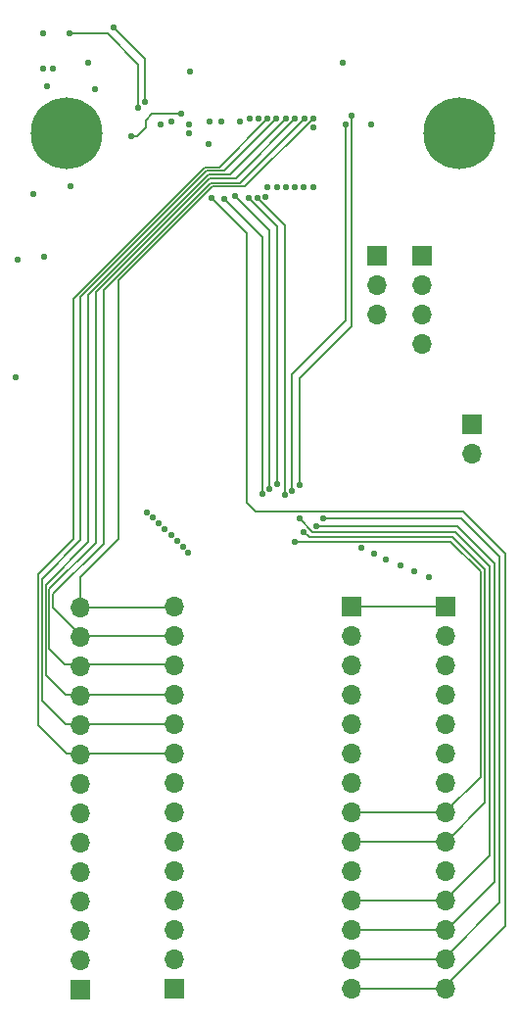
<source format=gbr>
%TF.GenerationSoftware,KiCad,Pcbnew,7.0.1*%
%TF.CreationDate,2023-09-03T17:39:56-04:00*%
%TF.ProjectId,syzygy-breakout-flash-1V8,73797a79-6779-42d6-9272-65616b6f7574,r1.0*%
%TF.SameCoordinates,PX66851e0PY4d70380*%
%TF.FileFunction,Copper,L2,Inr*%
%TF.FilePolarity,Positive*%
%FSLAX46Y46*%
G04 Gerber Fmt 4.6, Leading zero omitted, Abs format (unit mm)*
G04 Created by KiCad (PCBNEW 7.0.1) date 2023-09-03 17:39:56*
%MOMM*%
%LPD*%
G01*
G04 APERTURE LIST*
%TA.AperFunction,ComponentPad*%
%ADD10R,1.700000X1.700000*%
%TD*%
%TA.AperFunction,ComponentPad*%
%ADD11O,1.700000X1.700000*%
%TD*%
%TA.AperFunction,ComponentPad*%
%ADD12C,6.200000*%
%TD*%
%TA.AperFunction,ViaPad*%
%ADD13C,0.550000*%
%TD*%
%TA.AperFunction,Conductor*%
%ADD14C,0.200000*%
%TD*%
G04 APERTURE END LIST*
D10*
X40534000Y-34427000D03*
D11*
X40534000Y-36967000D03*
D10*
X30120000Y-50180000D03*
D11*
X30120000Y-52720000D03*
X30120000Y-55260000D03*
X30120000Y-57800000D03*
X30120000Y-60340000D03*
X30120000Y-62880000D03*
X30120000Y-65420000D03*
X30120000Y-67960000D03*
X30120000Y-70500000D03*
X30120000Y-73040000D03*
X30120000Y-75580000D03*
X30120000Y-78120000D03*
X30120000Y-80660000D03*
X30120000Y-83200000D03*
D10*
X36298000Y-19892000D03*
D11*
X36298000Y-22432000D03*
X36298000Y-24972000D03*
X36298000Y-27512000D03*
D10*
X32368300Y-19864400D03*
D11*
X32368300Y-22404400D03*
X32368300Y-24944400D03*
D10*
X14877200Y-83200000D03*
D11*
X14877200Y-80660000D03*
X14877200Y-78120000D03*
X14877200Y-75580000D03*
X14877200Y-73040000D03*
X14877200Y-70500000D03*
X14877200Y-67960000D03*
X14877200Y-65420000D03*
X14877200Y-62880000D03*
X14877200Y-60340000D03*
X14877200Y-57800000D03*
X14877200Y-55260000D03*
X14877200Y-52720000D03*
X14877200Y-50180000D03*
D10*
X38248000Y-50180000D03*
D11*
X38248000Y-52720000D03*
X38248000Y-55260000D03*
X38248000Y-57800000D03*
X38248000Y-60340000D03*
X38248000Y-62880000D03*
X38248000Y-65420000D03*
X38248000Y-67960000D03*
X38248000Y-70500000D03*
X38248000Y-73040000D03*
X38248000Y-75580000D03*
X38248000Y-78120000D03*
X38248000Y-80660000D03*
X38248000Y-83200000D03*
D10*
X6749200Y-83290400D03*
D11*
X6749200Y-80750400D03*
X6749200Y-78210400D03*
X6749200Y-75670400D03*
X6749200Y-73130400D03*
X6749200Y-70590400D03*
X6749200Y-68050400D03*
X6749200Y-65510400D03*
X6749200Y-62970400D03*
X6749200Y-60430400D03*
X6749200Y-57890400D03*
X6749200Y-55350400D03*
X6749200Y-52810400D03*
X6749200Y-50270400D03*
D12*
X39482000Y-9286000D03*
X5482000Y-9286000D03*
D13*
X3548800Y-19993600D03*
X3860000Y-5260000D03*
X3450000Y-3698000D03*
X5885600Y-13897600D03*
X1313600Y-20196800D03*
X17772800Y-10189200D03*
X31844400Y-8512800D03*
X13610000Y-8541873D03*
X1110400Y-30356800D03*
X2634400Y-14558000D03*
X7936972Y-5476000D03*
X26837927Y-8742102D03*
X11731000Y-7083100D03*
X5736000Y-650000D03*
X4339000Y-3698000D03*
X11070000Y-9540000D03*
X15442000Y-7563700D03*
X18026800Y-14913600D03*
X12437990Y-42041300D03*
X14572400Y-8309600D03*
X16096400Y-8512800D03*
X12946800Y-42498500D03*
X19144400Y-14964400D03*
X22446400Y-40466000D03*
X27120000Y-43209200D03*
X16083500Y-9248415D03*
X13505600Y-43006000D03*
X23056000Y-40008800D03*
X20058800Y-14710400D03*
X25646800Y-42599600D03*
X16150000Y-3952000D03*
X14013600Y-43514000D03*
X17874400Y-8258800D03*
X21300535Y-14891065D03*
X23767200Y-39602400D03*
X14572400Y-44022000D03*
X18890400Y-8258800D03*
X24427600Y-40567600D03*
X22046105Y-14856695D03*
X26050935Y-43712965D03*
X20516000Y-8309600D03*
X15086400Y-44524000D03*
X25240400Y-44580800D03*
X22751200Y-14761200D03*
X15557645Y-45009369D03*
X21328800Y-8055600D03*
X22090800Y-8055600D03*
X15994800Y-45546000D03*
X32098400Y-45590300D03*
X22903600Y-13948400D03*
X22903600Y-8055600D03*
X23665600Y-8055600D03*
X34376636Y-46593300D03*
X24478400Y-13948400D03*
X24478400Y-8055600D03*
X25291200Y-13948400D03*
X35603600Y-47094800D03*
X25291200Y-8055600D03*
X26053200Y-13948400D03*
X36822800Y-47628800D03*
X26104000Y-8004800D03*
X26852563Y-13934963D03*
X26866000Y-8004800D03*
X23716400Y-13948400D03*
X33165200Y-46091800D03*
X29358000Y-3190000D03*
X7412000Y-3190000D03*
X9546000Y-142000D03*
X12265000Y-6610300D03*
X3450000Y-650000D03*
X24986400Y-40148175D03*
X29666500Y-8512800D03*
X27729600Y-42548800D03*
X31031600Y-45088800D03*
X30168000Y-7801600D03*
X25646800Y-39704000D03*
D14*
X11731000Y-3343000D02*
X9038000Y-650000D01*
X11731000Y-7083100D02*
X11731000Y-3343000D01*
X9038000Y-650000D02*
X5736000Y-650000D01*
X12919300Y-7563700D02*
X12340000Y-8143000D01*
X14443000Y-7563700D02*
X15442000Y-7563700D01*
X12340000Y-8778000D02*
X11578000Y-9540000D01*
X12340000Y-8143000D02*
X12340000Y-8778000D01*
X14443000Y-7563700D02*
X12919300Y-7563700D01*
X11578000Y-9540000D02*
X11070000Y-9540000D01*
X43477600Y-77804000D02*
X38042000Y-83239600D01*
X18026800Y-14913600D02*
X21074800Y-17961600D01*
X21074800Y-17961600D02*
X21074800Y-41228000D01*
X43477600Y-45647600D02*
X43477600Y-77804000D01*
X21074800Y-41228000D02*
X21836800Y-41990000D01*
X21836800Y-41990000D02*
X39820000Y-41990000D01*
X39820000Y-41990000D02*
X43477600Y-45647600D01*
X38042000Y-83239600D02*
X30218800Y-83239600D01*
X39312000Y-43209200D02*
X42563200Y-46460400D01*
X27120000Y-43209200D02*
X39312000Y-43209200D01*
X30168000Y-78108800D02*
X38346800Y-78108800D01*
X22446400Y-40466000D02*
X22446400Y-18266400D01*
X42563200Y-46460400D02*
X42563200Y-73943200D01*
X22446400Y-18266400D02*
X19144400Y-14964400D01*
X42563200Y-73943200D02*
X38397600Y-78108800D01*
X26764400Y-43717200D02*
X25646800Y-42599600D01*
X30168000Y-75568800D02*
X38245200Y-75568800D01*
X42106000Y-46714400D02*
X39108800Y-43717200D01*
X38245200Y-75568800D02*
X42106000Y-71708000D01*
X23056000Y-17707600D02*
X20058800Y-14710400D01*
X23056000Y-40008800D02*
X23056000Y-17707600D01*
X42106000Y-71708000D02*
X42106000Y-46714400D01*
X39108800Y-43717200D02*
X26764400Y-43717200D01*
X23767200Y-39602400D02*
X23767200Y-17357730D01*
X23767200Y-17357730D02*
X21300535Y-14891065D01*
X24427600Y-40567600D02*
X24427600Y-17238190D01*
X38346800Y-70488800D02*
X41699600Y-67136000D01*
X24427600Y-17238190D02*
X22046105Y-14856695D01*
X26512370Y-44174400D02*
X26050935Y-43712965D01*
X41699600Y-67136000D02*
X41699600Y-46968400D01*
X41699600Y-46968400D02*
X38905600Y-44174400D01*
X30218800Y-70488800D02*
X38346800Y-70488800D01*
X38905600Y-44174400D02*
X26512370Y-44174400D01*
X41344000Y-47171600D02*
X38753200Y-44580800D01*
X41344000Y-64900800D02*
X41344000Y-47171600D01*
X38245200Y-67999600D02*
X41344000Y-64900800D01*
X30168000Y-67999600D02*
X38245200Y-67999600D01*
X38753200Y-44580800D02*
X25240400Y-44580800D01*
X18747400Y-12211800D02*
X22903600Y-8055600D01*
X14877200Y-62868800D02*
X6800000Y-62868800D01*
X3053600Y-60392400D02*
X3053600Y-47412800D01*
X17477400Y-12211800D02*
X18747400Y-12211800D01*
X6850800Y-62868800D02*
X5530000Y-62868800D01*
X5530000Y-62868800D02*
X3053600Y-60392400D01*
X6088800Y-23600400D02*
X17477400Y-12211800D01*
X3053600Y-47412800D02*
X6088800Y-44377600D01*
X6088800Y-44377600D02*
X6088800Y-23600400D01*
X3380600Y-58281000D02*
X5428400Y-60328800D01*
X6749200Y-44461422D02*
X3380600Y-47830022D01*
X3380600Y-47830022D02*
X3380600Y-58281000D01*
X6749200Y-23427008D02*
X6749200Y-44461422D01*
X17637408Y-12538800D02*
X6749200Y-23427008D01*
X23665600Y-8055600D02*
X19182400Y-12538800D01*
X5428400Y-60328800D02*
X14826400Y-60328800D01*
X19182400Y-12538800D02*
X17637408Y-12538800D01*
X19668200Y-12865800D02*
X24478400Y-8055600D01*
X7409600Y-44579536D02*
X7409600Y-23229056D01*
X5428400Y-57788800D02*
X3707600Y-56068000D01*
X17772856Y-12865800D02*
X19668200Y-12865800D01*
X3707600Y-56068000D02*
X3707600Y-48281536D01*
X7409600Y-23229056D02*
X17772856Y-12865800D01*
X3707600Y-48281536D02*
X7409600Y-44579536D01*
X14877200Y-57788800D02*
X5428400Y-57788800D01*
X5377600Y-55198000D02*
X4034600Y-53855000D01*
X14826400Y-55198000D02*
X5377600Y-55198000D01*
X8070000Y-44657040D02*
X8070000Y-23031104D01*
X4034600Y-53855000D02*
X4034600Y-48692440D01*
X17908304Y-13192800D02*
X20154000Y-13192800D01*
X4034600Y-48692440D02*
X8070000Y-44657040D01*
X20154000Y-13192800D02*
X25291200Y-8055600D01*
X8070000Y-23031104D02*
X17908304Y-13192800D01*
X4361600Y-50270400D02*
X6800000Y-52708800D01*
X8730400Y-44722433D02*
X4361600Y-49091233D01*
X26104000Y-8004800D02*
X20538200Y-13570600D01*
X4361600Y-49091233D02*
X4361600Y-50270400D01*
X20538200Y-13570600D02*
X17992952Y-13570600D01*
X17992952Y-13570600D02*
X8730400Y-22833152D01*
X8730400Y-22833152D02*
X8730400Y-44722433D01*
X6850800Y-52708800D02*
X14826400Y-52708800D01*
X30117200Y-50219600D02*
X38245200Y-50219600D01*
X6749200Y-50270400D02*
X14877200Y-50270400D01*
X18128400Y-13897600D02*
X20973200Y-13897600D01*
X6749200Y-47628800D02*
X6749200Y-50270400D01*
X20973200Y-13897600D02*
X26866000Y-8004800D01*
X10051200Y-40872400D02*
X10051200Y-44326800D01*
X10051200Y-21974800D02*
X18128400Y-13897600D01*
X10051200Y-40872400D02*
X10051200Y-21974800D01*
X10051200Y-44326800D02*
X6749200Y-47628800D01*
X12259556Y-2855556D02*
X12259556Y-6604856D01*
X12259556Y-6604856D02*
X12265000Y-6610300D01*
X12259556Y-2855556D02*
X9546000Y-142000D01*
X24986400Y-30102800D02*
X29666500Y-25422700D01*
X27729600Y-42548800D02*
X39667600Y-42548800D01*
X42969600Y-45850800D02*
X42969600Y-75772000D01*
X38092800Y-80699600D02*
X30218800Y-80699600D01*
X42969600Y-75772000D02*
X38092800Y-80648800D01*
X29666500Y-25422700D02*
X29666500Y-8512800D01*
X39667600Y-42548800D02*
X42969600Y-45850800D01*
X24986400Y-40148175D02*
X24986400Y-30102800D01*
X25646800Y-30458400D02*
X30168000Y-25937200D01*
X30168000Y-25937200D02*
X30168000Y-7801600D01*
X25646800Y-39704000D02*
X25646800Y-30458400D01*
M02*

</source>
